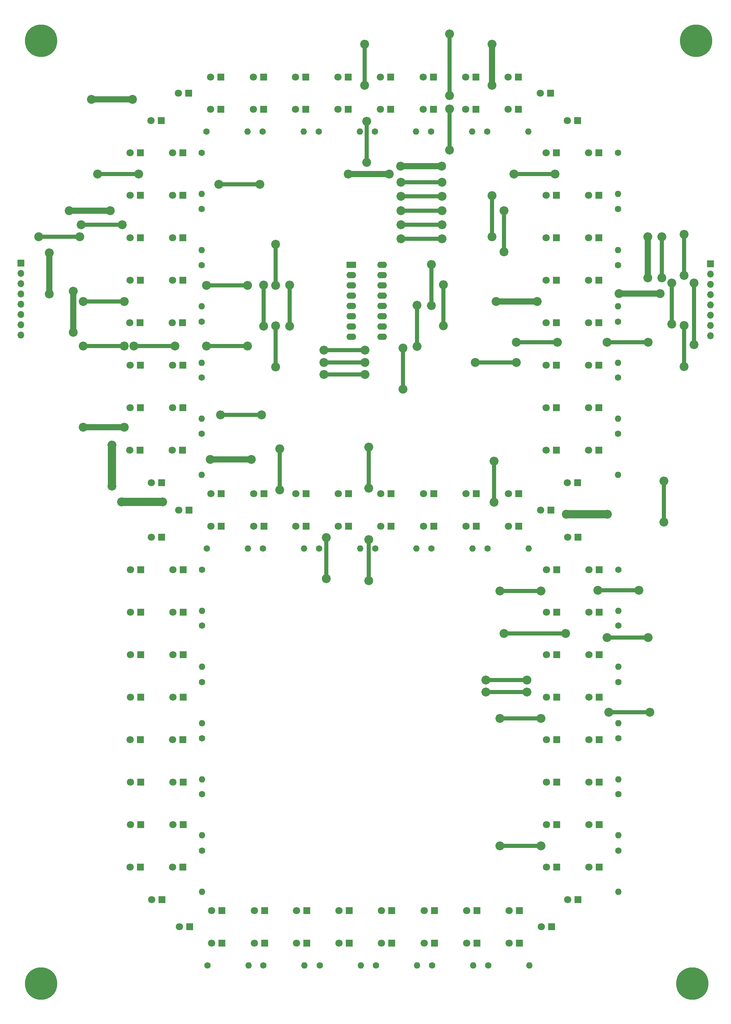
<source format=gtl>
%TF.GenerationSoftware,KiCad,Pcbnew,(6.0.6)*%
%TF.CreationDate,2022-09-29T15:29:04+08:00*%
%TF.ProjectId,7SegmentDisplay_DualLine_8Inches,37536567-6d65-46e7-9444-6973706c6179,rev?*%
%TF.SameCoordinates,Original*%
%TF.FileFunction,Copper,L1,Top*%
%TF.FilePolarity,Positive*%
%FSLAX46Y46*%
G04 Gerber Fmt 4.6, Leading zero omitted, Abs format (unit mm)*
G04 Created by KiCad (PCBNEW (6.0.6)) date 2022-09-29 15:29:04*
%MOMM*%
%LPD*%
G01*
G04 APERTURE LIST*
%TA.AperFunction,ComponentPad*%
%ADD10C,0.900000*%
%TD*%
%TA.AperFunction,ComponentPad*%
%ADD11C,8.000000*%
%TD*%
%TA.AperFunction,ComponentPad*%
%ADD12R,1.800000X1.800000*%
%TD*%
%TA.AperFunction,ComponentPad*%
%ADD13C,1.800000*%
%TD*%
%TA.AperFunction,ComponentPad*%
%ADD14C,2.200000*%
%TD*%
%TA.AperFunction,ComponentPad*%
%ADD15O,2.200000X2.200000*%
%TD*%
%TA.AperFunction,ComponentPad*%
%ADD16C,1.600000*%
%TD*%
%TA.AperFunction,ComponentPad*%
%ADD17O,1.600000X1.600000*%
%TD*%
%TA.AperFunction,ComponentPad*%
%ADD18R,1.700000X1.700000*%
%TD*%
%TA.AperFunction,ComponentPad*%
%ADD19O,1.700000X1.700000*%
%TD*%
%TA.AperFunction,ComponentPad*%
%ADD20R,2.400000X1.600000*%
%TD*%
%TA.AperFunction,ComponentPad*%
%ADD21O,2.400000X1.600000*%
%TD*%
%TA.AperFunction,Conductor*%
%ADD22C,1.524000*%
%TD*%
%TA.AperFunction,Conductor*%
%ADD23C,1.016000*%
%TD*%
%TA.AperFunction,Conductor*%
%ADD24C,2.032000*%
%TD*%
G04 APERTURE END LIST*
D10*
%TO.P,REF\u002A\u002A,1*%
%TO.N,N/C*%
X402000000Y-21000000D03*
X396000000Y-21000000D03*
X396878680Y-23121320D03*
D11*
X399000000Y-21000000D03*
D10*
X396878680Y-18878680D03*
X399000000Y-18000000D03*
X401121320Y-23121320D03*
X401121320Y-18878680D03*
X399000000Y-24000000D03*
%TD*%
%TO.P,REF\u002A\u002A,1*%
%TO.N,N/C*%
X402000000Y-254000000D03*
X396000000Y-254000000D03*
X396878680Y-256121320D03*
D11*
X399000000Y-254000000D03*
D10*
X396878680Y-251878680D03*
X399000000Y-251000000D03*
X401121320Y-256121320D03*
X401121320Y-251878680D03*
X399000000Y-257000000D03*
%TD*%
%TO.P,REF\u002A\u002A,1*%
%TO.N,N/C*%
X563000000Y-254000000D03*
X557000000Y-254000000D03*
X557878680Y-256121320D03*
D11*
X560000000Y-254000000D03*
D10*
X557878680Y-251878680D03*
X560000000Y-251000000D03*
X562121320Y-256121320D03*
X562121320Y-251878680D03*
X560000000Y-257000000D03*
%TD*%
%TO.P,REF\u002A\u002A,1*%
%TO.N,N/C*%
X558000000Y-21000000D03*
X563121320Y-18878680D03*
X561000000Y-24000000D03*
X563121320Y-23121320D03*
X558878680Y-23121320D03*
X558878680Y-18878680D03*
X561000000Y-18000000D03*
D11*
X561000000Y-21000000D03*
D10*
X564000000Y-21000000D03*
%TD*%
D12*
%TO.P,REF\u002A\u002A,1*%
%TO.N,N/C*%
X526515000Y-162250000D03*
D13*
%TO.P,REF\u002A\u002A,2*%
X523975000Y-162250000D03*
%TD*%
D12*
%TO.P,REF\u002A\u002A,1*%
%TO.N,N/C*%
X464555000Y-141000000D03*
D13*
%TO.P,REF\u002A\u002A,2*%
X462015000Y-141000000D03*
%TD*%
D12*
%TO.P,REF\u002A\u002A,1*%
%TO.N,N/C*%
X526485000Y-225250000D03*
D13*
%TO.P,REF\u002A\u002A,2*%
X523945000Y-225250000D03*
%TD*%
D12*
%TO.P,REF\u002A\u002A,1*%
%TO.N,N/C*%
X423605000Y-172750000D03*
D13*
%TO.P,REF\u002A\u002A,2*%
X421065000Y-172750000D03*
%TD*%
D12*
%TO.P,REF\u002A\u002A,1*%
%TO.N,N/C*%
X435580000Y-137000000D03*
D13*
%TO.P,REF\u002A\u002A,2*%
X433040000Y-137000000D03*
%TD*%
D14*
%TO.P,REF\u002A\u002A,1*%
%TO.N,N/C*%
X511500000Y-85500000D03*
D15*
%TO.P,REF\u002A\u002A,2*%
X521660000Y-85500000D03*
%TD*%
D12*
%TO.P,REF\u002A\u002A,1*%
%TO.N,N/C*%
X454095000Y-133000000D03*
D13*
%TO.P,REF\u002A\u002A,2*%
X451555000Y-133000000D03*
%TD*%
D14*
%TO.P,REF\u002A\u002A,1*%
%TO.N,N/C*%
X488000000Y-70000000D03*
D15*
%TO.P,REF\u002A\u002A,2*%
X498160000Y-70000000D03*
%TD*%
D14*
%TO.P,REF\u002A\u002A,1*%
%TO.N,N/C*%
X538920000Y-168500000D03*
D15*
%TO.P,REF\u002A\u002A,2*%
X549080000Y-168500000D03*
%TD*%
D16*
%TO.P,REF\u002A\u002A,1*%
%TO.N,N/C*%
X541645000Y-76500000D03*
D17*
%TO.P,REF\u002A\u002A,2*%
X541645000Y-86660000D03*
%TD*%
D12*
%TO.P,REF\u002A\u002A,1*%
%TO.N,N/C*%
X525055000Y-137000000D03*
D13*
%TO.P,REF\u002A\u002A,2*%
X522515000Y-137000000D03*
%TD*%
D16*
%TO.P,REF\u002A\u002A,1*%
%TO.N,N/C*%
X481670000Y-146500000D03*
D17*
%TO.P,REF\u002A\u002A,2*%
X491830000Y-146500000D03*
%TD*%
D16*
%TO.P,REF\u002A\u002A,1*%
%TO.N,N/C*%
X467670000Y-43500000D03*
D17*
%TO.P,REF\u002A\u002A,2*%
X477830000Y-43500000D03*
%TD*%
D12*
%TO.P,REF\u002A\u002A,1*%
%TO.N,N/C*%
X496257500Y-236007500D03*
D13*
%TO.P,REF\u002A\u002A,2*%
X493717500Y-236007500D03*
%TD*%
D16*
%TO.P,REF\u002A\u002A,1*%
%TO.N,N/C*%
X541725000Y-179500000D03*
D17*
%TO.P,REF\u002A\u002A,2*%
X541725000Y-189660000D03*
%TD*%
D16*
%TO.P,REF\u002A\u002A,1*%
%TO.N,N/C*%
X440162500Y-249507500D03*
D17*
%TO.P,REF\u002A\u002A,2*%
X450322500Y-249507500D03*
%TD*%
D16*
%TO.P,REF\u002A\u002A,1*%
%TO.N,N/C*%
X438750000Y-48750000D03*
D17*
%TO.P,REF\u002A\u002A,2*%
X438750000Y-58910000D03*
%TD*%
D12*
%TO.P,REF\u002A\u002A,1*%
%TO.N,N/C*%
X423525000Y-101250000D03*
D13*
%TO.P,REF\u002A\u002A,2*%
X420985000Y-101250000D03*
%TD*%
D12*
%TO.P,REF\u002A\u002A,1*%
%TO.N,N/C*%
X434105000Y-151750000D03*
D13*
%TO.P,REF\u002A\u002A,2*%
X431565000Y-151750000D03*
%TD*%
D14*
%TO.P,REF\u002A\u002A,1*%
%TO.N,N/C*%
X418920000Y-135000000D03*
D15*
%TO.P,REF\u002A\u002A,2*%
X429080000Y-135000000D03*
%TD*%
D16*
%TO.P,REF\u002A\u002A,1*%
%TO.N,N/C*%
X438830000Y-165580000D03*
D17*
%TO.P,REF\u002A\u002A,2*%
X438830000Y-175740000D03*
%TD*%
D16*
%TO.P,REF\u002A\u002A,1*%
%TO.N,N/C*%
X509340000Y-43500000D03*
D17*
%TO.P,REF\u002A\u002A,2*%
X519500000Y-43500000D03*
%TD*%
D14*
%TO.P,REF\u002A\u002A,1*%
%TO.N,N/C*%
X513500000Y-167500000D03*
D15*
%TO.P,REF\u002A\u002A,2*%
X528740000Y-167500000D03*
%TD*%
D14*
%TO.P,REF\u002A\u002A,1*%
%TO.N,N/C*%
X408920000Y-66500000D03*
D15*
%TO.P,REF\u002A\u002A,2*%
X419080000Y-66500000D03*
%TD*%
D16*
%TO.P,REF\u002A\u002A,1*%
%TO.N,N/C*%
X453830000Y-146500000D03*
D17*
%TO.P,REF\u002A\u002A,2*%
X463990000Y-146500000D03*
%TD*%
D12*
%TO.P,REF\u002A\u002A,1*%
%TO.N,N/C*%
X485555000Y-133000000D03*
D13*
%TO.P,REF\u002A\u002A,2*%
X483015000Y-133000000D03*
%TD*%
D12*
%TO.P,REF\u002A\u002A,1*%
%TO.N,N/C*%
X423525000Y-80250000D03*
D13*
%TO.P,REF\u002A\u002A,2*%
X420985000Y-80250000D03*
%TD*%
D12*
%TO.P,REF\u002A\u002A,1*%
%TO.N,N/C*%
X423605000Y-204250000D03*
D13*
%TO.P,REF\u002A\u002A,2*%
X421065000Y-204250000D03*
%TD*%
D12*
%TO.P,REF\u002A\u002A,1*%
%TO.N,N/C*%
X526405000Y-90750000D03*
D13*
%TO.P,REF\u002A\u002A,2*%
X523865000Y-90750000D03*
%TD*%
D12*
%TO.P,REF\u002A\u002A,1*%
%TO.N,N/C*%
X454015000Y-30000000D03*
D13*
%TO.P,REF\u002A\u002A,2*%
X451475000Y-30000000D03*
%TD*%
D16*
%TO.P,REF\u002A\u002A,1*%
%TO.N,N/C*%
X438750000Y-118170000D03*
D17*
%TO.P,REF\u002A\u002A,2*%
X438750000Y-128330000D03*
%TD*%
D16*
%TO.P,REF\u002A\u002A,1*%
%TO.N,N/C*%
X541725000Y-193420000D03*
D17*
%TO.P,REF\u002A\u002A,2*%
X541725000Y-203580000D03*
%TD*%
D18*
%TO.P,REF\u002A\u002A,1*%
%TO.N,N/C*%
X394000000Y-76000000D03*
D19*
%TO.P,REF\u002A\u002A,2*%
X394000000Y-78540000D03*
%TO.P,REF\u002A\u002A,3*%
X394000000Y-81080000D03*
%TO.P,REF\u002A\u002A,4*%
X394000000Y-83620000D03*
%TO.P,REF\u002A\u002A,5*%
X394000000Y-86160000D03*
%TO.P,REF\u002A\u002A,6*%
X394000000Y-88700000D03*
%TO.P,REF\u002A\u002A,7*%
X394000000Y-91240000D03*
%TO.P,REF\u002A\u002A,8*%
X394000000Y-93780000D03*
%TD*%
D12*
%TO.P,REF\u002A\u002A,1*%
%TO.N,N/C*%
X434105000Y-204250000D03*
D13*
%TO.P,REF\u002A\u002A,2*%
X431565000Y-204250000D03*
%TD*%
D12*
%TO.P,REF\u002A\u002A,1*%
%TO.N,N/C*%
X506757500Y-236007500D03*
D13*
%TO.P,REF\u002A\u002A,2*%
X504217500Y-236007500D03*
%TD*%
D14*
%TO.P,REF\u002A\u002A,1*%
%TO.N,N/C*%
X510500000Y-69500000D03*
D15*
%TO.P,REF\u002A\u002A,2*%
X510500000Y-59340000D03*
%TD*%
D12*
%TO.P,REF\u002A\u002A,1*%
%TO.N,N/C*%
X434090000Y-193750000D03*
D13*
%TO.P,REF\u002A\u002A,2*%
X431550000Y-193750000D03*
%TD*%
D12*
%TO.P,REF\u002A\u002A,1*%
%TO.N,N/C*%
X443717500Y-236007500D03*
D13*
%TO.P,REF\u002A\u002A,2*%
X441177500Y-236007500D03*
%TD*%
D12*
%TO.P,REF\u002A\u002A,1*%
%TO.N,N/C*%
X536985000Y-225250000D03*
D13*
%TO.P,REF\u002A\u002A,2*%
X534445000Y-225250000D03*
%TD*%
D14*
%TO.P,REF\u002A\u002A,1*%
%TO.N,N/C*%
X409420000Y-116500000D03*
D15*
%TO.P,REF\u002A\u002A,2*%
X419580000Y-116500000D03*
%TD*%
D14*
%TO.P,REF\u002A\u002A,1*%
%TO.N,N/C*%
X511000000Y-135080000D03*
D15*
%TO.P,REF\u002A\u002A,2*%
X511000000Y-124920000D03*
%TD*%
D14*
%TO.P,REF\u002A\u002A,1*%
%TO.N,N/C*%
X453500000Y-113500000D03*
D15*
%TO.P,REF\u002A\u002A,2*%
X443340000Y-113500000D03*
%TD*%
D14*
%TO.P,REF\u002A\u002A,1*%
%TO.N,N/C*%
X552500000Y-79580000D03*
D15*
%TO.P,REF\u002A\u002A,2*%
X552500000Y-69420000D03*
%TD*%
D12*
%TO.P,REF\u002A\u002A,1*%
%TO.N,N/C*%
X423510000Y-90750000D03*
D13*
%TO.P,REF\u002A\u002A,2*%
X420970000Y-90750000D03*
%TD*%
D12*
%TO.P,REF\u002A\u002A,1*%
%TO.N,N/C*%
X536920000Y-101250000D03*
D13*
%TO.P,REF\u002A\u002A,2*%
X534380000Y-101250000D03*
%TD*%
D12*
%TO.P,REF\u002A\u002A,1*%
%TO.N,N/C*%
X475055000Y-141000000D03*
D13*
%TO.P,REF\u002A\u002A,2*%
X472515000Y-141000000D03*
%TD*%
D12*
%TO.P,REF\u002A\u002A,1*%
%TO.N,N/C*%
X428775000Y-130250000D03*
D13*
%TO.P,REF\u002A\u002A,2*%
X426235000Y-130250000D03*
%TD*%
D12*
%TO.P,REF\u002A\u002A,1*%
%TO.N,N/C*%
X526485000Y-193750000D03*
D13*
%TO.P,REF\u002A\u002A,2*%
X523945000Y-193750000D03*
%TD*%
D14*
%TO.P,REF\u002A\u002A,1*%
%TO.N,N/C*%
X457000000Y-71340000D03*
D15*
%TO.P,REF\u002A\u002A,2*%
X457000000Y-81500000D03*
%TD*%
D12*
%TO.P,REF\u002A\u002A,1*%
%TO.N,N/C*%
X526500000Y-183250000D03*
D13*
%TO.P,REF\u002A\u002A,2*%
X523960000Y-183250000D03*
%TD*%
D12*
%TO.P,REF\u002A\u002A,1*%
%TO.N,N/C*%
X464717500Y-236007500D03*
D13*
%TO.P,REF\u002A\u002A,2*%
X462177500Y-236007500D03*
%TD*%
D14*
%TO.P,REF\u002A\u002A,1*%
%TO.N,N/C*%
X416500000Y-131080000D03*
D15*
%TO.P,REF\u002A\u002A,2*%
X416500000Y-120920000D03*
%TD*%
D14*
%TO.P,REF\u002A\u002A,1*%
%TO.N,N/C*%
X555000000Y-91080000D03*
D15*
%TO.P,REF\u002A\u002A,2*%
X555000000Y-80920000D03*
%TD*%
D14*
%TO.P,REF\u002A\u002A,1*%
%TO.N,N/C*%
X421580000Y-35500000D03*
D15*
%TO.P,REF\u002A\u002A,2*%
X411420000Y-35500000D03*
%TD*%
D12*
%TO.P,REF\u002A\u002A,1*%
%TO.N,N/C*%
X434010000Y-90750000D03*
D13*
%TO.P,REF\u002A\u002A,2*%
X431470000Y-90750000D03*
%TD*%
D14*
%TO.P,REF\u002A\u002A,1*%
%TO.N,N/C*%
X498160000Y-56000000D03*
D15*
%TO.P,REF\u002A\u002A,2*%
X488000000Y-56000000D03*
%TD*%
D12*
%TO.P,REF\u002A\u002A,1*%
%TO.N,N/C*%
X434105000Y-172750000D03*
D13*
%TO.P,REF\u002A\u002A,2*%
X431565000Y-172750000D03*
%TD*%
D12*
%TO.P,REF\u002A\u002A,1*%
%TO.N,N/C*%
X526420000Y-111750000D03*
D13*
%TO.P,REF\u002A\u002A,2*%
X523880000Y-111750000D03*
%TD*%
D12*
%TO.P,REF\u002A\u002A,1*%
%TO.N,N/C*%
X423525000Y-48750000D03*
D13*
%TO.P,REF\u002A\u002A,2*%
X420985000Y-48750000D03*
%TD*%
D14*
%TO.P,REF\u002A\u002A,1*%
%TO.N,N/C*%
X488000000Y-66500000D03*
D15*
%TO.P,REF\u002A\u002A,2*%
X498160000Y-66500000D03*
%TD*%
D12*
%TO.P,REF\u002A\u002A,1*%
%TO.N,N/C*%
X423525000Y-69750000D03*
D13*
%TO.P,REF\u002A\u002A,2*%
X420985000Y-69750000D03*
%TD*%
D16*
%TO.P,REF\u002A\u002A,1*%
%TO.N,N/C*%
X438830000Y-179500000D03*
D17*
%TO.P,REF\u002A\u002A,2*%
X438830000Y-189660000D03*
%TD*%
D14*
%TO.P,REF\u002A\u002A,1*%
%TO.N,N/C*%
X454000000Y-81420000D03*
D15*
%TO.P,REF\u002A\u002A,2*%
X454000000Y-91580000D03*
%TD*%
D12*
%TO.P,REF\u002A\u002A,1*%
%TO.N,N/C*%
X428750000Y-40750000D03*
D13*
%TO.P,REF\u002A\u002A,2*%
X426210000Y-40750000D03*
%TD*%
D16*
%TO.P,REF\u002A\u002A,1*%
%TO.N,N/C*%
X439920000Y-43500000D03*
D17*
%TO.P,REF\u002A\u002A,2*%
X450080000Y-43500000D03*
%TD*%
D12*
%TO.P,REF\u002A\u002A,1*%
%TO.N,N/C*%
X536935000Y-59250000D03*
D13*
%TO.P,REF\u002A\u002A,2*%
X534395000Y-59250000D03*
%TD*%
D14*
%TO.P,REF\u002A\u002A,1*%
%TO.N,N/C*%
X468920000Y-103500000D03*
D15*
%TO.P,REF\u002A\u002A,2*%
X479080000Y-103500000D03*
%TD*%
D16*
%TO.P,REF\u002A\u002A,1*%
%TO.N,N/C*%
X541645000Y-62580000D03*
D17*
%TO.P,REF\u002A\u002A,2*%
X541645000Y-72740000D03*
%TD*%
D14*
%TO.P,REF\u002A\u002A,1*%
%TO.N,N/C*%
X510500000Y-32080000D03*
D15*
%TO.P,REF\u002A\u002A,2*%
X510500000Y-21920000D03*
%TD*%
D14*
%TO.P,REF\u002A\u002A,1*%
%TO.N,N/C*%
X480000000Y-154500000D03*
D15*
%TO.P,REF\u002A\u002A,2*%
X480000000Y-144340000D03*
%TD*%
D12*
%TO.P,REF\u002A\u002A,1*%
%TO.N,N/C*%
X443555000Y-141000000D03*
D13*
%TO.P,REF\u002A\u002A,2*%
X441015000Y-141000000D03*
%TD*%
D12*
%TO.P,REF\u002A\u002A,1*%
%TO.N,N/C*%
X496015000Y-38000000D03*
D13*
%TO.P,REF\u002A\u002A,2*%
X493475000Y-38000000D03*
%TD*%
D12*
%TO.P,REF\u002A\u002A,1*%
%TO.N,N/C*%
X531670000Y-130250000D03*
D13*
%TO.P,REF\u002A\u002A,2*%
X529130000Y-130250000D03*
%TD*%
D16*
%TO.P,REF\u002A\u002A,1*%
%TO.N,N/C*%
X438750000Y-90420000D03*
D17*
%TO.P,REF\u002A\u002A,2*%
X438750000Y-100580000D03*
%TD*%
D12*
%TO.P,REF\u002A\u002A,1*%
%TO.N,N/C*%
X517095000Y-133000000D03*
D13*
%TO.P,REF\u002A\u002A,2*%
X514555000Y-133000000D03*
%TD*%
D12*
%TO.P,REF\u002A\u002A,1*%
%TO.N,N/C*%
X443555000Y-133000000D03*
D13*
%TO.P,REF\u002A\u002A,2*%
X441015000Y-133000000D03*
%TD*%
D16*
%TO.P,REF\u002A\u002A,1*%
%TO.N,N/C*%
X467912500Y-249507500D03*
D17*
%TO.P,REF\u002A\u002A,2*%
X478072500Y-249507500D03*
%TD*%
D12*
%TO.P,REF\u002A\u002A,1*%
%TO.N,N/C*%
X526500000Y-204250000D03*
D13*
%TO.P,REF\u002A\u002A,2*%
X523960000Y-204250000D03*
%TD*%
D12*
%TO.P,REF\u002A\u002A,1*%
%TO.N,N/C*%
X434025000Y-111750000D03*
D13*
%TO.P,REF\u002A\u002A,2*%
X431485000Y-111750000D03*
%TD*%
D12*
%TO.P,REF\u002A\u002A,1*%
%TO.N,N/C*%
X434090000Y-225250000D03*
D13*
%TO.P,REF\u002A\u002A,2*%
X431550000Y-225250000D03*
%TD*%
D12*
%TO.P,REF\u002A\u002A,1*%
%TO.N,N/C*%
X475217500Y-244007500D03*
D13*
%TO.P,REF\u002A\u002A,2*%
X472677500Y-244007500D03*
%TD*%
D12*
%TO.P,REF\u002A\u002A,1*%
%TO.N,N/C*%
X537000000Y-183250000D03*
D13*
%TO.P,REF\u002A\u002A,2*%
X534460000Y-183250000D03*
%TD*%
D12*
%TO.P,REF\u002A\u002A,1*%
%TO.N,N/C*%
X423510000Y-122250000D03*
D13*
%TO.P,REF\u002A\u002A,2*%
X420970000Y-122250000D03*
%TD*%
D12*
%TO.P,REF\u002A\u002A,1*%
%TO.N,N/C*%
X526420000Y-80250000D03*
D13*
%TO.P,REF\u002A\u002A,2*%
X523880000Y-80250000D03*
%TD*%
D14*
%TO.P,REF\u002A\u002A,1*%
%TO.N,N/C*%
X553000000Y-140000000D03*
D15*
%TO.P,REF\u002A\u002A,2*%
X553000000Y-129840000D03*
%TD*%
D12*
%TO.P,REF\u002A\u002A,1*%
%TO.N,N/C*%
X434105000Y-214750000D03*
D13*
%TO.P,REF\u002A\u002A,2*%
X431565000Y-214750000D03*
%TD*%
D14*
%TO.P,REF\u002A\u002A,1*%
%TO.N,N/C*%
X458000000Y-132000000D03*
D15*
%TO.P,REF\u002A\u002A,2*%
X458000000Y-121840000D03*
%TD*%
D12*
%TO.P,REF\u002A\u002A,1*%
%TO.N,N/C*%
X526420000Y-101250000D03*
D13*
%TO.P,REF\u002A\u002A,2*%
X523880000Y-101250000D03*
%TD*%
D14*
%TO.P,REF\u002A\u002A,1*%
%TO.N,N/C*%
X492000000Y-86420000D03*
D15*
%TO.P,REF\u002A\u002A,2*%
X492000000Y-96580000D03*
%TD*%
D12*
%TO.P,REF\u002A\u002A,1*%
%TO.N,N/C*%
X423540000Y-59250000D03*
D13*
%TO.P,REF\u002A\u002A,2*%
X421000000Y-59250000D03*
%TD*%
D12*
%TO.P,REF\u002A\u002A,1*%
%TO.N,N/C*%
X475217500Y-236007500D03*
D13*
%TO.P,REF\u002A\u002A,2*%
X472677500Y-236007500D03*
%TD*%
D12*
%TO.P,REF\u002A\u002A,1*%
%TO.N,N/C*%
X526500000Y-214750000D03*
D13*
%TO.P,REF\u002A\u002A,2*%
X523960000Y-214750000D03*
%TD*%
D14*
%TO.P,REF\u002A\u002A,1*%
%TO.N,N/C*%
X460500000Y-91580000D03*
D15*
%TO.P,REF\u002A\u002A,2*%
X460500000Y-81420000D03*
%TD*%
D12*
%TO.P,REF\u002A\u002A,1*%
%TO.N,N/C*%
X434010000Y-122250000D03*
D13*
%TO.P,REF\u002A\u002A,2*%
X431470000Y-122250000D03*
%TD*%
D16*
%TO.P,REF\u002A\u002A,1*%
%TO.N,N/C*%
X438750000Y-104250000D03*
D17*
%TO.P,REF\u002A\u002A,2*%
X438750000Y-114410000D03*
%TD*%
D16*
%TO.P,REF\u002A\u002A,1*%
%TO.N,N/C*%
X495500000Y-146500000D03*
D17*
%TO.P,REF\u002A\u002A,2*%
X505660000Y-146500000D03*
%TD*%
D14*
%TO.P,REF\u002A\u002A,1*%
%TO.N,N/C*%
X512420000Y-220000000D03*
D15*
%TO.P,REF\u002A\u002A,2*%
X522580000Y-220000000D03*
%TD*%
D12*
%TO.P,REF\u002A\u002A,1*%
%TO.N,N/C*%
X428855000Y-233250000D03*
D13*
%TO.P,REF\u002A\u002A,2*%
X426315000Y-233250000D03*
%TD*%
D12*
%TO.P,REF\u002A\u002A,1*%
%TO.N,N/C*%
X443717500Y-244007500D03*
D13*
%TO.P,REF\u002A\u002A,2*%
X441177500Y-244007500D03*
%TD*%
D12*
%TO.P,REF\u002A\u002A,1*%
%TO.N,N/C*%
X423590000Y-193750000D03*
D13*
%TO.P,REF\u002A\u002A,2*%
X421050000Y-193750000D03*
%TD*%
D18*
%TO.P,REF\u002A\u002A,1*%
%TO.N,N/C*%
X564500000Y-76125000D03*
D19*
%TO.P,REF\u002A\u002A,2*%
X564500000Y-78665000D03*
%TO.P,REF\u002A\u002A,3*%
X564500000Y-81205000D03*
%TO.P,REF\u002A\u002A,4*%
X564500000Y-83745000D03*
%TO.P,REF\u002A\u002A,5*%
X564500000Y-86285000D03*
%TO.P,REF\u002A\u002A,6*%
X564500000Y-88825000D03*
%TO.P,REF\u002A\u002A,7*%
X564500000Y-91365000D03*
%TO.P,REF\u002A\u002A,8*%
X564500000Y-93905000D03*
%TD*%
D14*
%TO.P,REF\u002A\u002A,1*%
%TO.N,N/C*%
X488000000Y-63000000D03*
D15*
%TO.P,REF\u002A\u002A,2*%
X498160000Y-63000000D03*
%TD*%
D16*
%TO.P,REF\u002A\u002A,1*%
%TO.N,N/C*%
X481590000Y-43500000D03*
D17*
%TO.P,REF\u002A\u002A,2*%
X491750000Y-43500000D03*
%TD*%
D14*
%TO.P,REF\u002A\u002A,1*%
%TO.N,N/C*%
X558000000Y-101580000D03*
D15*
%TO.P,REF\u002A\u002A,2*%
X558000000Y-91420000D03*
%TD*%
D14*
%TO.P,REF\u002A\u002A,1*%
%TO.N,N/C*%
X401000000Y-83580000D03*
D15*
%TO.P,REF\u002A\u002A,2*%
X401000000Y-73420000D03*
%TD*%
D12*
%TO.P,REF\u002A\u002A,1*%
%TO.N,N/C*%
X423605000Y-151750000D03*
D13*
%TO.P,REF\u002A\u002A,2*%
X421065000Y-151750000D03*
%TD*%
D14*
%TO.P,REF\u002A\u002A,1*%
%TO.N,N/C*%
X469500000Y-154000000D03*
D15*
%TO.P,REF\u002A\u002A,2*%
X469500000Y-143840000D03*
%TD*%
D14*
%TO.P,REF\u002A\u002A,1*%
%TO.N,N/C*%
X485080000Y-54000000D03*
D15*
%TO.P,REF\u002A\u002A,2*%
X474920000Y-54000000D03*
%TD*%
D12*
%TO.P,REF\u002A\u002A,1*%
%TO.N,N/C*%
X526420000Y-69750000D03*
D13*
%TO.P,REF\u002A\u002A,2*%
X523880000Y-69750000D03*
%TD*%
D12*
%TO.P,REF\u002A\u002A,1*%
%TO.N,N/C*%
X496095000Y-133000000D03*
D13*
%TO.P,REF\u002A\u002A,2*%
X493555000Y-133000000D03*
%TD*%
D12*
%TO.P,REF\u002A\u002A,1*%
%TO.N,N/C*%
X423620000Y-162250000D03*
D13*
%TO.P,REF\u002A\u002A,2*%
X421080000Y-162250000D03*
%TD*%
D12*
%TO.P,REF\u002A\u002A,1*%
%TO.N,N/C*%
X496015000Y-30000000D03*
D13*
%TO.P,REF\u002A\u002A,2*%
X493475000Y-30000000D03*
%TD*%
D14*
%TO.P,REF\u002A\u002A,1*%
%TO.N,N/C*%
X500000000Y-48080000D03*
D15*
%TO.P,REF\u002A\u002A,2*%
X500000000Y-37920000D03*
%TD*%
D16*
%TO.P,REF\u002A\u002A,1*%
%TO.N,N/C*%
X438830000Y-151750000D03*
D17*
%TO.P,REF\u002A\u002A,2*%
X438830000Y-161910000D03*
%TD*%
D16*
%TO.P,REF\u002A\u002A,1*%
%TO.N,N/C*%
X438830000Y-207250000D03*
D17*
%TO.P,REF\u002A\u002A,2*%
X438830000Y-217410000D03*
%TD*%
D12*
%TO.P,REF\u002A\u002A,1*%
%TO.N,N/C*%
X506595000Y-133000000D03*
D13*
%TO.P,REF\u002A\u002A,2*%
X504055000Y-133000000D03*
%TD*%
D12*
%TO.P,REF\u002A\u002A,1*%
%TO.N,N/C*%
X475055000Y-133000000D03*
D13*
%TO.P,REF\u002A\u002A,2*%
X472515000Y-133000000D03*
%TD*%
D14*
%TO.P,REF\u002A\u002A,1*%
%TO.N,N/C*%
X541920000Y-83500000D03*
D15*
%TO.P,REF\u002A\u002A,2*%
X552080000Y-83500000D03*
%TD*%
D12*
%TO.P,REF\u002A\u002A,1*%
%TO.N,N/C*%
X506595000Y-141000000D03*
D13*
%TO.P,REF\u002A\u002A,2*%
X504055000Y-141000000D03*
%TD*%
D14*
%TO.P,REF\u002A\u002A,1*%
%TO.N,N/C*%
X549000000Y-79580000D03*
D15*
%TO.P,REF\u002A\u002A,2*%
X549000000Y-69420000D03*
%TD*%
D16*
%TO.P,REF\u002A\u002A,1*%
%TO.N,N/C*%
X438830000Y-221170000D03*
D17*
%TO.P,REF\u002A\u002A,2*%
X438830000Y-231330000D03*
%TD*%
D12*
%TO.P,REF\u002A\u002A,1*%
%TO.N,N/C*%
X536920000Y-111750000D03*
D13*
%TO.P,REF\u002A\u002A,2*%
X534380000Y-111750000D03*
%TD*%
D16*
%TO.P,REF\u002A\u002A,1*%
%TO.N,N/C*%
X438830000Y-193420000D03*
D17*
%TO.P,REF\u002A\u002A,2*%
X438830000Y-203580000D03*
%TD*%
D12*
%TO.P,REF\u002A\u002A,1*%
%TO.N,N/C*%
X517257500Y-236007500D03*
D13*
%TO.P,REF\u002A\u002A,2*%
X514717500Y-236007500D03*
%TD*%
D12*
%TO.P,REF\u002A\u002A,1*%
%TO.N,N/C*%
X517015000Y-38000000D03*
D13*
%TO.P,REF\u002A\u002A,2*%
X514475000Y-38000000D03*
%TD*%
D12*
%TO.P,REF\u002A\u002A,1*%
%TO.N,N/C*%
X496257500Y-244007500D03*
D13*
%TO.P,REF\u002A\u002A,2*%
X493717500Y-244007500D03*
%TD*%
D14*
%TO.P,REF\u002A\u002A,1*%
%TO.N,N/C*%
X442920000Y-56500000D03*
D15*
%TO.P,REF\u002A\u002A,2*%
X453080000Y-56500000D03*
%TD*%
D16*
%TO.P,REF\u002A\u002A,1*%
%TO.N,N/C*%
X541645000Y-90420000D03*
D17*
%TO.P,REF\u002A\u002A,2*%
X541645000Y-100580000D03*
%TD*%
D12*
%TO.P,REF\u002A\u002A,1*%
%TO.N,N/C*%
X531725000Y-143750000D03*
D13*
%TO.P,REF\u002A\u002A,2*%
X529185000Y-143750000D03*
%TD*%
D16*
%TO.P,REF\u002A\u002A,1*%
%TO.N,N/C*%
X453750000Y-43500000D03*
D17*
%TO.P,REF\u002A\u002A,2*%
X463910000Y-43500000D03*
%TD*%
D14*
%TO.P,REF\u002A\u002A,1*%
%TO.N,N/C*%
X398420000Y-69500000D03*
D15*
%TO.P,REF\u002A\u002A,2*%
X408580000Y-69500000D03*
%TD*%
D16*
%TO.P,REF\u002A\u002A,1*%
%TO.N,N/C*%
X541725000Y-151750000D03*
D17*
%TO.P,REF\u002A\u002A,2*%
X541725000Y-161910000D03*
%TD*%
D14*
%TO.P,REF\u002A\u002A,1*%
%TO.N,N/C*%
X516500000Y-95500000D03*
D15*
%TO.P,REF\u002A\u002A,2*%
X526660000Y-95500000D03*
%TD*%
D14*
%TO.P,REF\u002A\u002A,1*%
%TO.N,N/C*%
X479080000Y-100500000D03*
D15*
%TO.P,REF\u002A\u002A,2*%
X468920000Y-100500000D03*
%TD*%
D12*
%TO.P,REF\u002A\u002A,1*%
%TO.N,N/C*%
X423605000Y-214750000D03*
D13*
%TO.P,REF\u002A\u002A,2*%
X421065000Y-214750000D03*
%TD*%
D12*
%TO.P,REF\u002A\u002A,1*%
%TO.N,N/C*%
X506757500Y-244007500D03*
D13*
%TO.P,REF\u002A\u002A,2*%
X504217500Y-244007500D03*
%TD*%
D16*
%TO.P,REF\u002A\u002A,1*%
%TO.N,N/C*%
X541725000Y-221170000D03*
D17*
%TO.P,REF\u002A\u002A,2*%
X541725000Y-231330000D03*
%TD*%
D14*
%TO.P,REF\u002A\u002A,1*%
%TO.N,N/C*%
X498080000Y-52000000D03*
D15*
%TO.P,REF\u002A\u002A,2*%
X487920000Y-52000000D03*
%TD*%
D12*
%TO.P,REF\u002A\u002A,1*%
%TO.N,N/C*%
X537015000Y-162250000D03*
D13*
%TO.P,REF\u002A\u002A,2*%
X534475000Y-162250000D03*
%TD*%
D16*
%TO.P,REF\u002A\u002A,1*%
%TO.N,N/C*%
X509420000Y-146500000D03*
D17*
%TO.P,REF\u002A\u002A,2*%
X519580000Y-146500000D03*
%TD*%
D12*
%TO.P,REF\u002A\u002A,1*%
%TO.N,N/C*%
X464475000Y-38000000D03*
D13*
%TO.P,REF\u002A\u002A,2*%
X461935000Y-38000000D03*
%TD*%
D12*
%TO.P,REF\u002A\u002A,1*%
%TO.N,N/C*%
X454257500Y-236007500D03*
D13*
%TO.P,REF\u002A\u002A,2*%
X451717500Y-236007500D03*
%TD*%
D12*
%TO.P,REF\u002A\u002A,1*%
%TO.N,N/C*%
X434025000Y-80250000D03*
D13*
%TO.P,REF\u002A\u002A,2*%
X431485000Y-80250000D03*
%TD*%
D12*
%TO.P,REF\u002A\u002A,1*%
%TO.N,N/C*%
X434025000Y-69750000D03*
D13*
%TO.P,REF\u002A\u002A,2*%
X431485000Y-69750000D03*
%TD*%
D14*
%TO.P,REF\u002A\u002A,1*%
%TO.N,N/C*%
X440840000Y-124500000D03*
D15*
%TO.P,REF\u002A\u002A,2*%
X451000000Y-124500000D03*
%TD*%
D14*
%TO.P,REF\u002A\u002A,1*%
%TO.N,N/C*%
X509000000Y-182000000D03*
D15*
%TO.P,REF\u002A\u002A,2*%
X519160000Y-182000000D03*
%TD*%
D14*
%TO.P,REF\u002A\u002A,1*%
%TO.N,N/C*%
X480000000Y-131580000D03*
D15*
%TO.P,REF\u002A\u002A,2*%
X480000000Y-121420000D03*
%TD*%
D14*
%TO.P,REF\u002A\u002A,1*%
%TO.N,N/C*%
X528920000Y-138000000D03*
D15*
%TO.P,REF\u002A\u002A,2*%
X539080000Y-138000000D03*
%TD*%
D12*
%TO.P,REF\u002A\u002A,1*%
%TO.N,N/C*%
X525217500Y-240007500D03*
D13*
%TO.P,REF\u002A\u002A,2*%
X522677500Y-240007500D03*
%TD*%
D20*
%TO.P,REF\u002A\u002A,1*%
%TO.N,N/C*%
X475675000Y-76375000D03*
D21*
%TO.P,REF\u002A\u002A,2*%
X475675000Y-78915000D03*
%TO.P,REF\u002A\u002A,3*%
X475675000Y-81455000D03*
%TO.P,REF\u002A\u002A,4*%
X475675000Y-83995000D03*
%TO.P,REF\u002A\u002A,5*%
X475675000Y-86535000D03*
%TO.P,REF\u002A\u002A,6*%
X475675000Y-89075000D03*
%TO.P,REF\u002A\u002A,7*%
X475675000Y-91615000D03*
%TO.P,REF\u002A\u002A,8*%
X475675000Y-94155000D03*
%TO.P,REF\u002A\u002A,9*%
X483295000Y-94155000D03*
%TO.P,REF\u002A\u002A,10*%
X483295000Y-91615000D03*
%TO.P,REF\u002A\u002A,11*%
X483295000Y-89075000D03*
%TO.P,REF\u002A\u002A,12*%
X483295000Y-86535000D03*
%TO.P,REF\u002A\u002A,13*%
X483295000Y-83995000D03*
%TO.P,REF\u002A\u002A,14*%
X483295000Y-81455000D03*
%TO.P,REF\u002A\u002A,15*%
X483295000Y-78915000D03*
%TO.P,REF\u002A\u002A,16*%
X483295000Y-76375000D03*
%TD*%
D16*
%TO.P,REF\u002A\u002A,1*%
%TO.N,N/C*%
X453992500Y-249507500D03*
D17*
%TO.P,REF\u002A\u002A,2*%
X464152500Y-249507500D03*
%TD*%
D12*
%TO.P,REF\u002A\u002A,1*%
%TO.N,N/C*%
X506515000Y-30000000D03*
D13*
%TO.P,REF\u002A\u002A,2*%
X503975000Y-30000000D03*
%TD*%
D12*
%TO.P,REF\u002A\u002A,1*%
%TO.N,N/C*%
X485475000Y-30000000D03*
D13*
%TO.P,REF\u002A\u002A,2*%
X482935000Y-30000000D03*
%TD*%
D16*
%TO.P,REF\u002A\u002A,1*%
%TO.N,N/C*%
X541645000Y-48750000D03*
D17*
%TO.P,REF\u002A\u002A,2*%
X541645000Y-58910000D03*
%TD*%
D12*
%TO.P,REF\u002A\u002A,1*%
%TO.N,N/C*%
X474975000Y-38000000D03*
D13*
%TO.P,REF\u002A\u002A,2*%
X472435000Y-38000000D03*
%TD*%
D12*
%TO.P,REF\u002A\u002A,1*%
%TO.N,N/C*%
X464555000Y-133000000D03*
D13*
%TO.P,REF\u002A\u002A,2*%
X462015000Y-133000000D03*
%TD*%
D12*
%TO.P,REF\u002A\u002A,1*%
%TO.N,N/C*%
X524975000Y-34000000D03*
D13*
%TO.P,REF\u002A\u002A,2*%
X522435000Y-34000000D03*
%TD*%
D16*
%TO.P,REF\u002A\u002A,1*%
%TO.N,N/C*%
X541645000Y-118170000D03*
D17*
%TO.P,REF\u002A\u002A,2*%
X541645000Y-128330000D03*
%TD*%
D12*
%TO.P,REF\u002A\u002A,1*%
%TO.N,N/C*%
X536920000Y-48750000D03*
D13*
%TO.P,REF\u002A\u002A,2*%
X534380000Y-48750000D03*
%TD*%
D12*
%TO.P,REF\u002A\u002A,1*%
%TO.N,N/C*%
X526420000Y-48750000D03*
D13*
%TO.P,REF\u002A\u002A,2*%
X523880000Y-48750000D03*
%TD*%
D12*
%TO.P,REF\u002A\u002A,1*%
%TO.N,N/C*%
X434025000Y-101250000D03*
D13*
%TO.P,REF\u002A\u002A,2*%
X431485000Y-101250000D03*
%TD*%
D12*
%TO.P,REF\u002A\u002A,1*%
%TO.N,N/C*%
X496095000Y-141000000D03*
D13*
%TO.P,REF\u002A\u002A,2*%
X493555000Y-141000000D03*
%TD*%
D14*
%TO.P,REF\u002A\u002A,1*%
%TO.N,N/C*%
X500000000Y-34620000D03*
D15*
%TO.P,REF\u002A\u002A,2*%
X500000000Y-19380000D03*
%TD*%
D12*
%TO.P,REF\u002A\u002A,1*%
%TO.N,N/C*%
X464475000Y-30000000D03*
D13*
%TO.P,REF\u002A\u002A,2*%
X461935000Y-30000000D03*
%TD*%
D14*
%TO.P,REF\u002A\u002A,1*%
%TO.N,N/C*%
X515920000Y-54000000D03*
D15*
%TO.P,REF\u002A\u002A,2*%
X526080000Y-54000000D03*
%TD*%
D14*
%TO.P,REF\u002A\u002A,1*%
%TO.N,N/C*%
X450080000Y-96500000D03*
D15*
%TO.P,REF\u002A\u002A,2*%
X439920000Y-96500000D03*
%TD*%
D14*
%TO.P,REF\u002A\u002A,1*%
%TO.N,N/C*%
X558000000Y-79000000D03*
D15*
%TO.P,REF\u002A\u002A,2*%
X558000000Y-68840000D03*
%TD*%
D16*
%TO.P,REF\u002A\u002A,1*%
%TO.N,N/C*%
X509582500Y-249507500D03*
D17*
%TO.P,REF\u002A\u002A,2*%
X519742500Y-249507500D03*
%TD*%
D14*
%TO.P,REF\u002A\u002A,1*%
%TO.N,N/C*%
X488500000Y-97000000D03*
D15*
%TO.P,REF\u002A\u002A,2*%
X488500000Y-107160000D03*
%TD*%
D16*
%TO.P,REF\u002A\u002A,1*%
%TO.N,N/C*%
X541725000Y-207250000D03*
D17*
%TO.P,REF\u002A\u002A,2*%
X541725000Y-217410000D03*
%TD*%
D12*
%TO.P,REF\u002A\u002A,1*%
%TO.N,N/C*%
X434025000Y-48750000D03*
D13*
%TO.P,REF\u002A\u002A,2*%
X431485000Y-48750000D03*
%TD*%
D12*
%TO.P,REF\u002A\u002A,1*%
%TO.N,N/C*%
X536985000Y-193750000D03*
D13*
%TO.P,REF\u002A\u002A,2*%
X534445000Y-193750000D03*
%TD*%
D14*
%TO.P,REF\u002A\u002A,1*%
%TO.N,N/C*%
X513500000Y-73160000D03*
D15*
%TO.P,REF\u002A\u002A,2*%
X513500000Y-63000000D03*
%TD*%
D16*
%TO.P,REF\u002A\u002A,1*%
%TO.N,N/C*%
X440000000Y-146500000D03*
D17*
%TO.P,REF\u002A\u002A,2*%
X450160000Y-146500000D03*
%TD*%
D12*
%TO.P,REF\u002A\u002A,1*%
%TO.N,N/C*%
X423525000Y-111750000D03*
D13*
%TO.P,REF\u002A\u002A,2*%
X420985000Y-111750000D03*
%TD*%
D16*
%TO.P,REF\u002A\u002A,1*%
%TO.N,N/C*%
X467750000Y-146500000D03*
D17*
%TO.P,REF\u002A\u002A,2*%
X477910000Y-146500000D03*
%TD*%
D14*
%TO.P,REF\u002A\u002A,1*%
%TO.N,N/C*%
X432080000Y-96500000D03*
D15*
%TO.P,REF\u002A\u002A,2*%
X421920000Y-96500000D03*
%TD*%
D12*
%TO.P,REF\u002A\u002A,1*%
%TO.N,N/C*%
X454095000Y-141000000D03*
D13*
%TO.P,REF\u002A\u002A,2*%
X451555000Y-141000000D03*
%TD*%
D12*
%TO.P,REF\u002A\u002A,1*%
%TO.N,N/C*%
X485717500Y-236007500D03*
D13*
%TO.P,REF\u002A\u002A,2*%
X483177500Y-236007500D03*
%TD*%
D12*
%TO.P,REF\u002A\u002A,1*%
%TO.N,N/C*%
X531645000Y-40750000D03*
D13*
%TO.P,REF\u002A\u002A,2*%
X529105000Y-40750000D03*
%TD*%
D12*
%TO.P,REF\u002A\u002A,1*%
%TO.N,N/C*%
X536905000Y-122250000D03*
D13*
%TO.P,REF\u002A\u002A,2*%
X534365000Y-122250000D03*
%TD*%
D12*
%TO.P,REF\u002A\u002A,1*%
%TO.N,N/C*%
X517257500Y-244007500D03*
D13*
%TO.P,REF\u002A\u002A,2*%
X514717500Y-244007500D03*
%TD*%
D16*
%TO.P,REF\u002A\u002A,1*%
%TO.N,N/C*%
X541725000Y-165580000D03*
D17*
%TO.P,REF\u002A\u002A,2*%
X541725000Y-175740000D03*
%TD*%
D12*
%TO.P,REF\u002A\u002A,1*%
%TO.N,N/C*%
X537000000Y-172750000D03*
D13*
%TO.P,REF\u002A\u002A,2*%
X534460000Y-172750000D03*
%TD*%
D12*
%TO.P,REF\u002A\u002A,1*%
%TO.N,N/C*%
X423590000Y-225250000D03*
D13*
%TO.P,REF\u002A\u002A,2*%
X421050000Y-225250000D03*
%TD*%
D12*
%TO.P,REF\u002A\u002A,1*%
%TO.N,N/C*%
X464717500Y-244007500D03*
D13*
%TO.P,REF\u002A\u002A,2*%
X462177500Y-244007500D03*
%TD*%
D12*
%TO.P,REF\u002A\u002A,1*%
%TO.N,N/C*%
X434120000Y-162250000D03*
D13*
%TO.P,REF\u002A\u002A,2*%
X431580000Y-162250000D03*
%TD*%
D14*
%TO.P,REF\u002A\u002A,1*%
%TO.N,N/C*%
X479500000Y-51080000D03*
D15*
%TO.P,REF\u002A\u002A,2*%
X479500000Y-40920000D03*
%TD*%
D12*
%TO.P,REF\u002A\u002A,1*%
%TO.N,N/C*%
X536920000Y-69750000D03*
D13*
%TO.P,REF\u002A\u002A,2*%
X534380000Y-69750000D03*
%TD*%
D12*
%TO.P,REF\u002A\u002A,1*%
%TO.N,N/C*%
X454257500Y-244007500D03*
D13*
%TO.P,REF\u002A\u002A,2*%
X451717500Y-244007500D03*
%TD*%
D16*
%TO.P,REF\u002A\u002A,1*%
%TO.N,N/C*%
X495662500Y-249507500D03*
D17*
%TO.P,REF\u002A\u002A,2*%
X505822500Y-249507500D03*
%TD*%
D12*
%TO.P,REF\u002A\u002A,1*%
%TO.N,N/C*%
X485555000Y-141000000D03*
D13*
%TO.P,REF\u002A\u002A,2*%
X483015000Y-141000000D03*
%TD*%
D12*
%TO.P,REF\u002A\u002A,1*%
%TO.N,N/C*%
X443475000Y-30000000D03*
D13*
%TO.P,REF\u002A\u002A,2*%
X440935000Y-30000000D03*
%TD*%
D14*
%TO.P,REF\u002A\u002A,1*%
%TO.N,N/C*%
X468920000Y-97500000D03*
D15*
%TO.P,REF\u002A\u002A,2*%
X479080000Y-97500000D03*
%TD*%
D14*
%TO.P,REF\u002A\u002A,1*%
%TO.N,N/C*%
X512420000Y-157000000D03*
D15*
%TO.P,REF\u002A\u002A,2*%
X522580000Y-157000000D03*
%TD*%
D12*
%TO.P,REF\u002A\u002A,1*%
%TO.N,N/C*%
X536920000Y-80250000D03*
D13*
%TO.P,REF\u002A\u002A,2*%
X534380000Y-80250000D03*
%TD*%
D12*
%TO.P,REF\u002A\u002A,1*%
%TO.N,N/C*%
X434105000Y-183250000D03*
D13*
%TO.P,REF\u002A\u002A,2*%
X431565000Y-183250000D03*
%TD*%
D12*
%TO.P,REF\u002A\u002A,1*%
%TO.N,N/C*%
X423605000Y-183250000D03*
D13*
%TO.P,REF\u002A\u002A,2*%
X421065000Y-183250000D03*
%TD*%
D12*
%TO.P,REF\u002A\u002A,1*%
%TO.N,N/C*%
X435500000Y-34000000D03*
D13*
%TO.P,REF\u002A\u002A,2*%
X432960000Y-34000000D03*
%TD*%
D12*
%TO.P,REF\u002A\u002A,1*%
%TO.N,N/C*%
X485475000Y-38000000D03*
D13*
%TO.P,REF\u002A\u002A,2*%
X482935000Y-38000000D03*
%TD*%
D12*
%TO.P,REF\u002A\u002A,1*%
%TO.N,N/C*%
X526405000Y-122250000D03*
D13*
%TO.P,REF\u002A\u002A,2*%
X523865000Y-122250000D03*
%TD*%
D14*
%TO.P,REF\u002A\u002A,1*%
%TO.N,N/C*%
X539000000Y-95500000D03*
D15*
%TO.P,REF\u002A\u002A,2*%
X549160000Y-95500000D03*
%TD*%
D12*
%TO.P,REF\u002A\u002A,1*%
%TO.N,N/C*%
X536905000Y-90750000D03*
D13*
%TO.P,REF\u002A\u002A,2*%
X534365000Y-90750000D03*
%TD*%
D12*
%TO.P,REF\u002A\u002A,1*%
%TO.N,N/C*%
X454015000Y-38000000D03*
D13*
%TO.P,REF\u002A\u002A,2*%
X451475000Y-38000000D03*
%TD*%
D14*
%TO.P,REF\u002A\u002A,1*%
%TO.N,N/C*%
X509000000Y-179000000D03*
D15*
%TO.P,REF\u002A\u002A,2*%
X519160000Y-179000000D03*
%TD*%
D12*
%TO.P,REF\u002A\u002A,1*%
%TO.N,N/C*%
X517015000Y-30000000D03*
D13*
%TO.P,REF\u002A\u002A,2*%
X514475000Y-30000000D03*
%TD*%
D14*
%TO.P,REF\u002A\u002A,1*%
%TO.N,N/C*%
X413000000Y-54000000D03*
D15*
%TO.P,REF\u002A\u002A,2*%
X423160000Y-54000000D03*
%TD*%
D14*
%TO.P,REF\u002A\u002A,1*%
%TO.N,N/C*%
X439920000Y-81500000D03*
D15*
%TO.P,REF\u002A\u002A,2*%
X450080000Y-81500000D03*
%TD*%
D14*
%TO.P,REF\u002A\u002A,1*%
%TO.N,N/C*%
X498500000Y-91500000D03*
D15*
%TO.P,REF\u002A\u002A,2*%
X498500000Y-81340000D03*
%TD*%
D12*
%TO.P,REF\u002A\u002A,1*%
%TO.N,N/C*%
X526500000Y-151750000D03*
D13*
%TO.P,REF\u002A\u002A,2*%
X523960000Y-151750000D03*
%TD*%
D14*
%TO.P,REF\u002A\u002A,1*%
%TO.N,N/C*%
X419580000Y-96500000D03*
D15*
%TO.P,REF\u002A\u002A,2*%
X409420000Y-96500000D03*
%TD*%
D14*
%TO.P,REF\u002A\u002A,1*%
%TO.N,N/C*%
X539420000Y-187000000D03*
D15*
%TO.P,REF\u002A\u002A,2*%
X549580000Y-187000000D03*
%TD*%
D12*
%TO.P,REF\u002A\u002A,1*%
%TO.N,N/C*%
X537000000Y-214750000D03*
D13*
%TO.P,REF\u002A\u002A,2*%
X534460000Y-214750000D03*
%TD*%
D14*
%TO.P,REF\u002A\u002A,1*%
%TO.N,N/C*%
X512420000Y-188500000D03*
D15*
%TO.P,REF\u002A\u002A,2*%
X522580000Y-188500000D03*
%TD*%
D16*
%TO.P,REF\u002A\u002A,1*%
%TO.N,N/C*%
X438750000Y-76500000D03*
D17*
%TO.P,REF\u002A\u002A,2*%
X438750000Y-86660000D03*
%TD*%
D14*
%TO.P,REF\u002A\u002A,1*%
%TO.N,N/C*%
X536645000Y-156830000D03*
D15*
%TO.P,REF\u002A\u002A,2*%
X546805000Y-156830000D03*
%TD*%
D12*
%TO.P,REF\u002A\u002A,1*%
%TO.N,N/C*%
X443475000Y-38000000D03*
D13*
%TO.P,REF\u002A\u002A,2*%
X440935000Y-38000000D03*
%TD*%
D14*
%TO.P,REF\u002A\u002A,1*%
%TO.N,N/C*%
X407000000Y-93080000D03*
D15*
%TO.P,REF\u002A\u002A,2*%
X407000000Y-82920000D03*
%TD*%
D12*
%TO.P,REF\u002A\u002A,1*%
%TO.N,N/C*%
X526435000Y-59250000D03*
D13*
%TO.P,REF\u002A\u002A,2*%
X523895000Y-59250000D03*
%TD*%
D14*
%TO.P,REF\u002A\u002A,1*%
%TO.N,N/C*%
X479000000Y-32080000D03*
D15*
%TO.P,REF\u002A\u002A,2*%
X479000000Y-21920000D03*
%TD*%
D12*
%TO.P,REF\u002A\u002A,1*%
%TO.N,N/C*%
X526500000Y-172750000D03*
D13*
%TO.P,REF\u002A\u002A,2*%
X523960000Y-172750000D03*
%TD*%
D14*
%TO.P,REF\u002A\u002A,1*%
%TO.N,N/C*%
X488000000Y-59500000D03*
D15*
%TO.P,REF\u002A\u002A,2*%
X498160000Y-59500000D03*
%TD*%
D12*
%TO.P,REF\u002A\u002A,1*%
%TO.N,N/C*%
X435742500Y-240007500D03*
D13*
%TO.P,REF\u002A\u002A,2*%
X433202500Y-240007500D03*
%TD*%
D12*
%TO.P,REF\u002A\u002A,1*%
%TO.N,N/C*%
X506515000Y-38000000D03*
D13*
%TO.P,REF\u002A\u002A,2*%
X503975000Y-38000000D03*
%TD*%
D12*
%TO.P,REF\u002A\u002A,1*%
%TO.N,N/C*%
X537000000Y-151750000D03*
D13*
%TO.P,REF\u002A\u002A,2*%
X534460000Y-151750000D03*
%TD*%
D12*
%TO.P,REF\u002A\u002A,1*%
%TO.N,N/C*%
X434040000Y-59250000D03*
D13*
%TO.P,REF\u002A\u002A,2*%
X431500000Y-59250000D03*
%TD*%
D14*
%TO.P,REF\u002A\u002A,1*%
%TO.N,N/C*%
X506340000Y-100500000D03*
D15*
%TO.P,REF\u002A\u002A,2*%
X516500000Y-100500000D03*
%TD*%
D14*
%TO.P,REF\u002A\u002A,1*%
%TO.N,N/C*%
X405920000Y-63000000D03*
D15*
%TO.P,REF\u002A\u002A,2*%
X416080000Y-63000000D03*
%TD*%
D14*
%TO.P,REF\u002A\u002A,1*%
%TO.N,N/C*%
X409420000Y-85500000D03*
D15*
%TO.P,REF\u002A\u002A,2*%
X419580000Y-85500000D03*
%TD*%
D12*
%TO.P,REF\u002A\u002A,1*%
%TO.N,N/C*%
X428830000Y-143750000D03*
D13*
%TO.P,REF\u002A\u002A,2*%
X426290000Y-143750000D03*
%TD*%
D12*
%TO.P,REF\u002A\u002A,1*%
%TO.N,N/C*%
X531750000Y-233250000D03*
D13*
%TO.P,REF\u002A\u002A,2*%
X529210000Y-233250000D03*
%TD*%
D14*
%TO.P,REF\u002A\u002A,1*%
%TO.N,N/C*%
X560500000Y-96120000D03*
D15*
%TO.P,REF\u002A\u002A,2*%
X560500000Y-80880000D03*
%TD*%
D16*
%TO.P,REF\u002A\u002A,1*%
%TO.N,N/C*%
X541645000Y-104250000D03*
D17*
%TO.P,REF\u002A\u002A,2*%
X541645000Y-114410000D03*
%TD*%
D14*
%TO.P,REF\u002A\u002A,1*%
%TO.N,N/C*%
X457000000Y-91500000D03*
D15*
%TO.P,REF\u002A\u002A,2*%
X457000000Y-101660000D03*
%TD*%
D16*
%TO.P,REF\u002A\u002A,1*%
%TO.N,N/C*%
X495420000Y-43500000D03*
D17*
%TO.P,REF\u002A\u002A,2*%
X505580000Y-43500000D03*
%TD*%
D12*
%TO.P,REF\u002A\u002A,1*%
%TO.N,N/C*%
X474975000Y-30000000D03*
D13*
%TO.P,REF\u002A\u002A,2*%
X472435000Y-30000000D03*
%TD*%
D12*
%TO.P,REF\u002A\u002A,1*%
%TO.N,N/C*%
X485717500Y-244007500D03*
D13*
%TO.P,REF\u002A\u002A,2*%
X483177500Y-244007500D03*
%TD*%
D16*
%TO.P,REF\u002A\u002A,1*%
%TO.N,N/C*%
X438750000Y-62580000D03*
D17*
%TO.P,REF\u002A\u002A,2*%
X438750000Y-72740000D03*
%TD*%
D12*
%TO.P,REF\u002A\u002A,1*%
%TO.N,N/C*%
X537000000Y-204250000D03*
D13*
%TO.P,REF\u002A\u002A,2*%
X534460000Y-204250000D03*
%TD*%
D16*
%TO.P,REF\u002A\u002A,1*%
%TO.N,N/C*%
X481832500Y-249507500D03*
D17*
%TO.P,REF\u002A\u002A,2*%
X491992500Y-249507500D03*
%TD*%
D12*
%TO.P,REF\u002A\u002A,1*%
%TO.N,N/C*%
X517095000Y-141000000D03*
D13*
%TO.P,REF\u002A\u002A,2*%
X514555000Y-141000000D03*
%TD*%
D14*
%TO.P,REF\u002A\u002A,1*%
%TO.N,N/C*%
X495500000Y-86500000D03*
D15*
%TO.P,REF\u002A\u002A,2*%
X495500000Y-76340000D03*
%TD*%
D22*
%TO.N,*%
X541920000Y-83500000D02*
X552080000Y-83500000D01*
D23*
X479000000Y-21920000D02*
X479000000Y-32080000D01*
X498500000Y-91500000D02*
X498500000Y-81340000D01*
X516500000Y-95500000D02*
X526660000Y-95500000D01*
D22*
X487920000Y-52000000D02*
X498080000Y-52000000D01*
D23*
X511000000Y-124920000D02*
X511000000Y-135080000D01*
X509000000Y-179000000D02*
X519160000Y-179000000D01*
X419080000Y-66500000D02*
X408920000Y-66500000D01*
X460500000Y-91580000D02*
X460500000Y-81420000D01*
X443340000Y-113500000D02*
X453500000Y-113500000D01*
X480000000Y-154500000D02*
X480000000Y-144340000D01*
D22*
X411420000Y-35500000D02*
X421580000Y-35500000D01*
D24*
X528920000Y-138000000D02*
X539080000Y-138000000D01*
D23*
X513500000Y-63000000D02*
X513500000Y-73160000D01*
X423160000Y-54000000D02*
X413000000Y-54000000D01*
X457000000Y-91500000D02*
X457000000Y-101660000D01*
X546805000Y-156830000D02*
X536645000Y-156830000D01*
X552500000Y-79580000D02*
X552500000Y-69420000D01*
D22*
X474920000Y-54000000D02*
X485080000Y-54000000D01*
D23*
X560500000Y-80880000D02*
X560500000Y-96120000D01*
X479080000Y-97500000D02*
X468920000Y-97500000D01*
X498160000Y-56000000D02*
X488000000Y-56000000D01*
X513500000Y-167500000D02*
X528740000Y-167500000D01*
X439920000Y-96500000D02*
X450080000Y-96500000D01*
D22*
X416080000Y-63000000D02*
X405920000Y-63000000D01*
D23*
X498160000Y-59500000D02*
X488000000Y-59500000D01*
X488500000Y-97000000D02*
X488500000Y-107160000D01*
X538420000Y-95500000D02*
X548580000Y-95500000D01*
X454000000Y-91580000D02*
X454000000Y-81420000D01*
X419580000Y-85500000D02*
X409420000Y-85500000D01*
X450080000Y-81500000D02*
X439920000Y-81500000D01*
D22*
X440840000Y-124500000D02*
X451000000Y-124500000D01*
D23*
X522580000Y-157000000D02*
X512420000Y-157000000D01*
X421920000Y-96500000D02*
X432080000Y-96500000D01*
X488000000Y-63000000D02*
X498160000Y-63000000D01*
X510500000Y-59340000D02*
X510500000Y-69500000D01*
X538920000Y-168500000D02*
X549080000Y-168500000D01*
D24*
X418920000Y-135000000D02*
X429080000Y-135000000D01*
D23*
X558000000Y-91420000D02*
X558000000Y-101580000D01*
X519160000Y-182000000D02*
X509000000Y-182000000D01*
X555000000Y-91080000D02*
X555000000Y-80920000D01*
D22*
X401000000Y-83580000D02*
X401000000Y-73420000D01*
D23*
X558000000Y-79000000D02*
X558000000Y-68840000D01*
X506340000Y-100500000D02*
X516500000Y-100500000D01*
X487500000Y-66500000D02*
X497660000Y-66500000D01*
X480000000Y-131580000D02*
X480000000Y-121420000D01*
X479080000Y-103500000D02*
X468920000Y-103500000D01*
X453080000Y-56500000D02*
X442920000Y-56500000D01*
D24*
X416500000Y-120920000D02*
X416500000Y-131080000D01*
D23*
X512420000Y-220000000D02*
X522580000Y-220000000D01*
D22*
X409420000Y-116500000D02*
X419580000Y-116500000D01*
D23*
X409420000Y-96500000D02*
X419580000Y-96500000D01*
D22*
X549000000Y-69420000D02*
X549000000Y-79580000D01*
D23*
X469500000Y-143840000D02*
X469500000Y-154000000D01*
X498160000Y-70000000D02*
X488000000Y-70000000D01*
X500000000Y-34620000D02*
X500000000Y-19380000D01*
D22*
X511500000Y-85500000D02*
X521660000Y-85500000D01*
D23*
X408580000Y-69500000D02*
X398420000Y-69500000D01*
X515920000Y-54000000D02*
X526080000Y-54000000D01*
X495500000Y-76340000D02*
X495500000Y-86500000D01*
X468920000Y-100500000D02*
X479080000Y-100500000D01*
X492000000Y-86420000D02*
X492000000Y-96580000D01*
D22*
X407000000Y-82920000D02*
X407000000Y-93080000D01*
D23*
X500000000Y-37920000D02*
X500000000Y-48080000D01*
D22*
X510500000Y-21920000D02*
X510500000Y-32080000D01*
D23*
X458000000Y-121840000D02*
X458000000Y-132000000D01*
X479500000Y-51080000D02*
X479500000Y-40920000D01*
X512420000Y-188500000D02*
X522580000Y-188500000D01*
X457000000Y-81500000D02*
X457000000Y-71340000D01*
X553000000Y-140000000D02*
X553000000Y-129840000D01*
X539420000Y-187000000D02*
X549580000Y-187000000D01*
%TD*%
M02*

</source>
